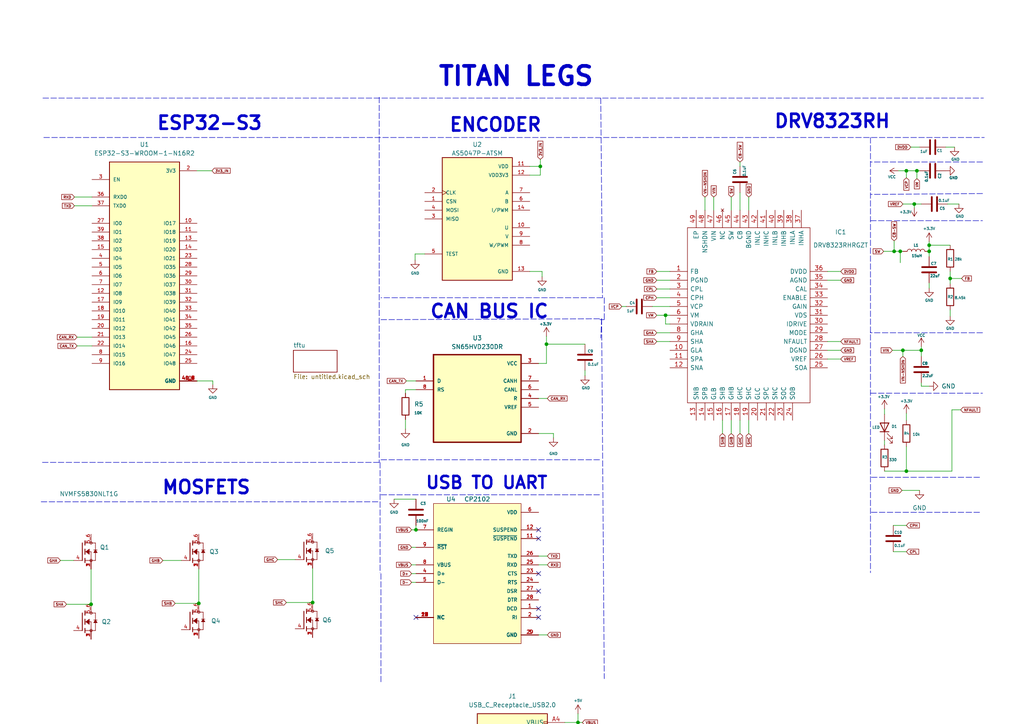
<source format=kicad_sch>
(kicad_sch (version 20211123) (generator eeschema)
  (paper "A4")
  (lib_symbols
    (symbol "AS5047P-ATSM:AS5047P-ATSM" (pin_names (offset 1.016))
      (property "Reference" "U" (at -10.16 20.32 0))
      (property "Value" "AS5047P-ATSM" (at -10.16 -20.32 0))
      (symbol "AS5047P-ATSM_0_0"
        (pin input line (at -15.24 5.08 0) (length 5.08) (name "CSN") (number "1"))
        (pin output line (at 15.24 -2.54 180) (length 5.08) (name "U") (number "10"))
        (pin power_in line (at 15.24 15.24 180) (length 5.08) (name "VDD") (number "11"))
        (pin power_in line (at 15.24 12.7 180) (length 5.08) (name "VDD3V3") (number "12"))
        (pin power_in line (at 15.24 -15.24 180) (length 5.08) (name "GND") (number "13"))
        (pin output line (at 15.24 2.54 180) (length 5.08) (name "I/PWM") (number "14"))
        (pin input clock (at -15.24 7.62 0) (length 5.08) (name "CLK") (number "2"))
        (pin output line (at -15.24 0 0) (length 5.08) (name "MISO") (number "3"))
        (pin input line (at -15.24 2.54 0) (length 5.08) (name "MOSI") (number "4"))
        (pin passive line (at -15.24 -10.16 0) (length 5.08) (name "TEST") (number "5"))
        (pin output line (at 15.24 5.08 180) (length 5.08) (name "B") (number "6"))
        (pin output line (at 15.24 7.62 180) (length 5.08) (name "A") (number "7"))
        (pin output line (at 15.24 -7.62 180) (length 5.08) (name "W/PWM") (number "8"))
        (pin output line (at 15.24 -5.08 180) (length 5.08) (name "V") (number "9"))
      )
    )
    (symbol "CP2102:CP2102" (pin_names (offset 1.016))
      (property "Reference" "U" (at -12.7 21.082 0))
      (property "Value" "CP2102" (at -12.7 -22.86 0))
      (symbol "CP2102_0_0"
        (pin input line (at 17.78 -10.16 180) (length 5.08) (name "DCD") (number "1"))
        (pin passive line (at -17.78 -12.7 0) (length 5.08) (name "NC") (number "10"))
        (pin output line (at 17.78 10.16 180) (length 5.08) (name "~{SUSPEND}") (number "11"))
        (pin output line (at 17.78 12.7 180) (length 5.08) (name "SUSPEND") (number "12"))
        (pin passive line (at -17.78 -12.7 0) (length 5.08) (name "NC") (number "13"))
        (pin passive line (at -17.78 -12.7 0) (length 5.08) (name "NC") (number "14"))
        (pin passive line (at -17.78 -12.7 0) (length 5.08) (name "NC") (number "15"))
        (pin passive line (at -17.78 -12.7 0) (length 5.08) (name "NC") (number "16"))
        (pin passive line (at -17.78 -12.7 0) (length 5.08) (name "NC") (number "17"))
        (pin passive line (at -17.78 -12.7 0) (length 5.08) (name "NC") (number "18"))
        (pin passive line (at -17.78 -12.7 0) (length 5.08) (name "NC") (number "19"))
        (pin input line (at 17.78 -12.7 180) (length 5.08) (name "RI") (number "2"))
        (pin passive line (at -17.78 -12.7 0) (length 5.08) (name "NC") (number "20"))
        (pin passive line (at -17.78 -12.7 0) (length 5.08) (name "NC") (number "21"))
        (pin passive line (at -17.78 -12.7 0) (length 5.08) (name "NC") (number "22"))
        (pin input line (at 17.78 0 180) (length 5.08) (name "CTS") (number "23"))
        (pin output line (at 17.78 -2.54 180) (length 5.08) (name "RTS") (number "24"))
        (pin input line (at 17.78 2.54 180) (length 5.08) (name "RXD") (number "25"))
        (pin output line (at 17.78 5.08 180) (length 5.08) (name "TXD") (number "26"))
        (pin input line (at 17.78 -5.08 180) (length 5.08) (name "DSR") (number "27"))
        (pin output line (at 17.78 -7.62 180) (length 5.08) (name "DTR") (number "28"))
        (pin power_in line (at 17.78 -17.78 180) (length 5.08) (name "GND") (number "29"))
        (pin power_in line (at 17.78 -17.78 180) (length 5.08) (name "GND") (number "3"))
        (pin bidirectional line (at -17.78 0 0) (length 5.08) (name "D+") (number "4"))
        (pin bidirectional line (at -17.78 -2.54 0) (length 5.08) (name "D-") (number "5"))
        (pin power_in line (at 17.78 17.78 180) (length 5.08) (name "VDD") (number "6"))
        (pin input line (at -17.78 12.7 0) (length 5.08) (name "REGIN") (number "7"))
        (pin input line (at -17.78 2.54 0) (length 5.08) (name "VBUS") (number "8"))
        (pin bidirectional line (at -17.78 7.62 0) (length 5.08) (name "~{RST}") (number "9"))
      )
    )
    (symbol "Connector:USB_C_Receptacle_USB2.0" (pin_names (offset 1.016))
      (property "Reference" "J" (at -10.16 19.05 0))
      (property "Value" "USB_C_Receptacle_USB2.0" (at 19.05 19.05 0))
      (symbol "USB_C_Receptacle_USB2.0_1_1"
        (pin passive line (at 0 -22.86 90) (length 5.08) (name "GND") (number "A1"))
        (pin passive line (at 0 -22.86 90) (length 5.08) hide (name "GND") (number "A12"))
        (pin passive line (at 15.24 15.24 180) (length 5.08) (name "VBUS") (number "A4"))
        (pin bidirectional line (at 15.24 10.16 180) (length 5.08) (name "CC1") (number "A5"))
        (pin bidirectional line (at 15.24 -2.54 180) (length 5.08) (name "D+") (number "A6"))
        (pin bidirectional line (at 15.24 2.54 180) (length 5.08) (name "D-") (number "A7"))
        (pin bidirectional line (at 15.24 -12.7 180) (length 5.08) (name "SBU1") (number "A8"))
        (pin passive line (at 15.24 15.24 180) (length 5.08) hide (name "VBUS") (number "A9"))
        (pin passive line (at 0 -22.86 90) (length 5.08) hide (name "GND") (number "B1"))
        (pin passive line (at 0 -22.86 90) (length 5.08) hide (name "GND") (number "B12"))
        (pin passive line (at 15.24 15.24 180) (length 5.08) hide (name "VBUS") (number "B4"))
        (pin bidirectional line (at 15.24 7.62 180) (length 5.08) (name "CC2") (number "B5"))
        (pin bidirectional line (at 15.24 -5.08 180) (length 5.08) (name "D+") (number "B6"))
        (pin bidirectional line (at 15.24 0 180) (length 5.08) (name "D-") (number "B7"))
        (pin bidirectional line (at 15.24 -15.24 180) (length 5.08) (name "SBU2") (number "B8"))
        (pin passive line (at 15.24 15.24 180) (length 5.08) hide (name "VBUS") (number "B9"))
        (pin passive line (at -7.62 -22.86 90) (length 5.08) (name "SHIELD") (number "S1"))
      )
    )
    (symbol "DRV8323RHRGZT_1" (pin_names (offset 0.762))
      (property "Reference" "IC" (at 41.91 17.78 0))
      (property "Value" "DRV8323RHRGZT_1" (at 41.91 15.24 0))
      (symbol "DRV8323RHRGZT_1_0_0"
        (pin passive line (at 0 0 0) (length 5.08) (name "FB") (number "1"))
        (pin passive line (at 0 -22.86 0) (length 5.08) (name "GLA") (number "10"))
        (pin passive line (at 0 -25.4 0) (length 5.08) (name "SPA") (number "11"))
        (pin passive line (at 0 -27.94 0) (length 5.08) (name "SNA") (number "12"))
        (pin passive line (at 7.62 -43.18 90) (length 5.08) (name "SNB") (number "13"))
        (pin passive line (at 10.16 -43.18 90) (length 5.08) (name "SPB") (number "14"))
        (pin passive line (at 12.7 -43.18 90) (length 5.08) (name "GLB") (number "15"))
        (pin passive line (at 15.24 -43.18 90) (length 5.08) (name "SHB") (number "16"))
        (pin passive line (at 17.78 -43.18 90) (length 5.08) (name "GHB") (number "17"))
        (pin passive line (at 20.32 -43.18 90) (length 5.08) (name "GHC") (number "18"))
        (pin passive line (at 22.86 -43.18 90) (length 5.08) (name "SHC") (number "19"))
        (pin passive line (at 0 -2.54 0) (length 5.08) (name "PGND") (number "2"))
        (pin passive line (at 25.4 -43.18 90) (length 5.08) (name "GLC") (number "20"))
        (pin passive line (at 27.94 -43.18 90) (length 5.08) (name "SPC") (number "21"))
        (pin passive line (at 30.48 -43.18 90) (length 5.08) (name "SNC") (number "22"))
        (pin passive line (at 33.02 -43.18 90) (length 5.08) (name "SOC") (number "23"))
        (pin passive line (at 35.56 -43.18 90) (length 5.08) (name "SOB") (number "24"))
        (pin passive line (at 45.72 -27.94 180) (length 5.08) (name "SOA") (number "25"))
        (pin passive line (at 45.72 -25.4 180) (length 5.08) (name "VREF") (number "26"))
        (pin passive line (at 45.72 -22.86 180) (length 5.08) (name "DGND") (number "27"))
        (pin passive line (at 45.72 -20.32 180) (length 5.08) (name "NFAULT") (number "28"))
        (pin passive line (at 45.72 -17.78 180) (length 5.08) (name "MODE") (number "29"))
        (pin passive line (at 0 -5.08 0) (length 5.08) (name "CPL") (number "3"))
        (pin passive line (at 45.72 -15.24 180) (length 5.08) (name "IDRIVE") (number "30"))
        (pin passive line (at 45.72 -12.7 180) (length 5.08) (name "VDS") (number "31"))
        (pin passive line (at 45.72 -10.16 180) (length 5.08) (name "GAIN") (number "32"))
        (pin passive line (at 45.72 -7.62 180) (length 5.08) (name "ENABLE") (number "33"))
        (pin passive line (at 45.72 -5.08 180) (length 5.08) (name "CAL") (number "34"))
        (pin passive line (at 45.72 -2.54 180) (length 5.08) (name "AGND") (number "35"))
        (pin passive line (at 45.72 0 180) (length 5.08) (name "DVDD") (number "36"))
        (pin passive line (at 38.1 17.78 270) (length 5.08) (name "INHA") (number "37"))
        (pin passive line (at 35.56 17.78 270) (length 5.08) (name "INLA") (number "38"))
        (pin passive line (at 33.02 17.78 270) (length 5.08) (name "INHB") (number "39"))
        (pin passive line (at 0 -7.62 0) (length 5.08) (name "CPH") (number "4"))
        (pin passive line (at 30.48 17.78 270) (length 5.08) (name "INLB") (number "40"))
        (pin passive line (at 27.94 17.78 270) (length 5.08) (name "INHC") (number "41"))
        (pin passive line (at 25.4 17.78 270) (length 5.08) (name "INLC") (number "42"))
        (pin passive line (at 22.86 17.78 270) (length 5.08) (name "BGND") (number "43"))
        (pin passive line (at 20.32 17.78 270) (length 5.08) (name "CB") (number "44"))
        (pin passive line (at 17.78 17.78 270) (length 5.08) (name "SW") (number "45"))
        (pin no_connect line (at 15.24 17.78 270) (length 5.08) (name "NC") (number "46"))
        (pin passive line (at 12.7 17.78 270) (length 5.08) (name "VIN") (number "47"))
        (pin passive line (at 10.16 17.78 270) (length 5.08) (name "NSHDN") (number "48"))
        (pin passive line (at 7.62 17.78 270) (length 5.08) (name "EP") (number "49"))
        (pin passive line (at 0 -10.16 0) (length 5.08) (name "VCP") (number "5"))
        (pin passive line (at 0 -12.7 0) (length 5.08) (name "VM") (number "6"))
        (pin passive line (at 0 -15.24 0) (length 5.08) (name "VDRAIN") (number "7"))
        (pin passive line (at 0 -17.78 0) (length 5.08) (name "GHA") (number "8"))
        (pin passive line (at 0 -20.32 0) (length 5.08) (name "SHA") (number "9"))
      )
    )
    (symbol "Device:C" (pin_numbers hide) (pin_names (offset 0.254))
      (property "Reference" "C" (at 0.635 2.54 0))
      (property "Value" "C" (at 0.635 -2.54 0))
      (symbol "C_1_1"
        (pin passive line (at 0 3.81 270) (length 2.794) (name "~") (number "1"))
        (pin passive line (at 0 -3.81 90) (length 2.794) (name "~") (number "2"))
      )
    )
    (symbol "Device:L" (pin_numbers hide) (pin_names (offset 1.016) hide)
      (property "Reference" "L" (at -1.27 0 90))
      (property "Value" "L" (at 1.905 0 90))
      (symbol "L_1_1"
        (pin passive line (at 0 3.81 270) (length 1.27) (name "1") (number "1"))
        (pin passive line (at 0 -3.81 90) (length 1.27) (name "2") (number "2"))
      )
    )
    (symbol "Device:LED" (pin_numbers hide) (pin_names (offset 1.016) hide)
      (property "Reference" "D" (at 0 2.54 0))
      (property "Value" "LED" (at 0 -2.54 0))
      (symbol "LED_1_1"
        (pin passive line (at -3.81 0 0) (length 2.54) (name "K") (number "1"))
        (pin passive line (at 3.81 0 180) (length 2.54) (name "A") (number "2"))
      )
    )
    (symbol "Device:R" (pin_numbers hide) (pin_names (offset 0))
      (property "Reference" "R" (at 2.032 0 90))
      (property "Value" "R" (at 0 0 90))
      (symbol "R_1_1"
        (pin passive line (at 0 3.81 270) (length 1.27) (name "~") (number "1"))
        (pin passive line (at 0 -3.81 90) (length 1.27) (name "~") (number "2"))
      )
    )
    (symbol "ESP32-S3-WROOM-1-N16R2:ESP32-S3-WROOM-1-N16R2" (pin_names (offset 1.016))
      (property "Reference" "U" (at -10.16 34.1122 0))
      (property "Value" "ESP32-S3-WROOM-1-N16R2" (at -10.16 -35.56 0))
      (symbol "ESP32-S3-WROOM-1-N16R2_0_0"
        (pin power_in line (at 15.24 -30.48 180) (length 5.08) (name "GND") (number "1"))
        (pin bidirectional line (at 15.24 15.24 180) (length 5.08) (name "IO17") (number "10"))
        (pin bidirectional line (at 15.24 12.7 180) (length 5.08) (name "IO18") (number "11"))
        (pin bidirectional line (at -15.24 -5.08 0) (length 5.08) (name "IO8") (number "12"))
        (pin bidirectional line (at 15.24 10.16 180) (length 5.08) (name "IO19") (number "13"))
        (pin bidirectional line (at 15.24 7.62 180) (length 5.08) (name "IO20") (number "14"))
        (pin bidirectional line (at -15.24 7.62 0) (length 5.08) (name "IO3") (number "15"))
        (pin bidirectional line (at 15.24 -20.32 180) (length 5.08) (name "IO46") (number "16"))
        (pin bidirectional line (at -15.24 -7.62 0) (length 5.08) (name "IO9") (number "17"))
        (pin bidirectional line (at -15.24 -10.16 0) (length 5.08) (name "IO10") (number "18"))
        (pin bidirectional line (at -15.24 -12.7 0) (length 5.08) (name "IO11") (number "19"))
        (pin power_in line (at 15.24 30.48 180) (length 5.08) (name "3V3") (number "2"))
        (pin bidirectional line (at -15.24 -15.24 0) (length 5.08) (name "IO12") (number "20"))
        (pin bidirectional line (at -15.24 -17.78 0) (length 5.08) (name "IO13") (number "21"))
        (pin bidirectional line (at -15.24 -20.32 0) (length 5.08) (name "IO14") (number "22"))
        (pin bidirectional line (at 15.24 5.08 180) (length 5.08) (name "IO21") (number "23"))
        (pin bidirectional line (at 15.24 -22.86 180) (length 5.08) (name "IO47") (number "24"))
        (pin bidirectional line (at 15.24 -25.4 180) (length 5.08) (name "IO48") (number "25"))
        (pin bidirectional line (at 15.24 -17.78 180) (length 5.08) (name "IO45") (number "26"))
        (pin bidirectional line (at -15.24 15.24 0) (length 5.08) (name "IO0") (number "27"))
        (pin bidirectional line (at 15.24 2.54 180) (length 5.08) (name "IO35") (number "28"))
        (pin bidirectional line (at 15.24 0 180) (length 5.08) (name "IO36") (number "29"))
        (pin input line (at -15.24 27.94 0) (length 5.08) (name "EN") (number "3"))
        (pin bidirectional line (at 15.24 -2.54 180) (length 5.08) (name "IO37") (number "30"))
        (pin bidirectional line (at 15.24 -5.08 180) (length 5.08) (name "IO38") (number "31"))
        (pin bidirectional line (at 15.24 -7.62 180) (length 5.08) (name "IO39") (number "32"))
        (pin bidirectional line (at 15.24 -10.16 180) (length 5.08) (name "IO40") (number "33"))
        (pin bidirectional line (at 15.24 -12.7 180) (length 5.08) (name "IO41") (number "34"))
        (pin bidirectional line (at 15.24 -15.24 180) (length 5.08) (name "IO42") (number "35"))
        (pin bidirectional line (at -15.24 22.86 0) (length 5.08) (name "RXD0") (number "36"))
        (pin bidirectional line (at -15.24 20.32 0) (length 5.08) (name "TXD0") (number "37"))
        (pin bidirectional line (at -15.24 10.16 0) (length 5.08) (name "IO2") (number "38"))
        (pin bidirectional line (at -15.24 12.7 0) (length 5.08) (name "IO1") (number "39"))
        (pin bidirectional line (at -15.24 5.08 0) (length 5.08) (name "IO4") (number "4"))
        (pin power_in line (at 15.24 -30.48 180) (length 5.08) (name "GND") (number "40"))
        (pin power_in line (at 15.24 -30.48 180) (length 5.08) (name "GND") (number "41_1"))
        (pin power_in line (at 15.24 -30.48 180) (length 5.08) (name "GND") (number "41_2"))
        (pin power_in line (at 15.24 -30.48 180) (length 5.08) (name "GND") (number "41_3"))
        (pin power_in line (at 15.24 -30.48 180) (length 5.08) (name "GND") (number "41_4"))
        (pin power_in line (at 15.24 -30.48 180) (length 5.08) (name "GND") (number "41_5"))
        (pin power_in line (at 15.24 -30.48 180) (length 5.08) (name "GND") (number "41_6"))
        (pin power_in line (at 15.24 -30.48 180) (length 5.08) (name "GND") (number "41_7"))
        (pin power_in line (at 15.24 -30.48 180) (length 5.08) (name "GND") (number "41_8"))
        (pin power_in line (at 15.24 -30.48 180) (length 5.08) (name "GND") (number "41_9"))
        (pin bidirectional line (at -15.24 2.54 0) (length 5.08) (name "IO5") (number "5"))
        (pin bidirectional line (at -15.24 0 0) (length 5.08) (name "IO6") (number "6"))
        (pin bidirectional line (at -15.24 -2.54 0) (length 5.08) (name "IO7") (number "7"))
        (pin bidirectional line (at -15.24 -22.86 0) (length 5.08) (name "IO15") (number "8"))
        (pin bidirectional line (at -15.24 -25.4 0) (length 5.08) (name "IO16") (number "9"))
      )
    )
    (symbol "GND_1" (power) (pin_names (offset 0))
      (property "Value" "GND_1" (at 0 -3.81 0))
      (symbol "GND_1_1_1"
        (pin power_in line (at 0 0 270) (length 0) hide (name "GND") (number "1"))
      )
    )
    (symbol "GND_2" (power) (pin_names (offset 0))
      (property "Value" "GND_2" (at 0 -3.81 0))
      (symbol "GND_2_1_1"
        (pin power_in line (at 0 0 270) (length 0) hide (name "GND") (number "1"))
      )
    )
    (symbol "NVMFS5830NLT1G:NVMFS5830NLT1G" (pin_names (offset 1.016))
      (property "Reference" "Q" (at -8.89 2.54 0))
      (property "Value" "NVMFS5830NLT1G" (at -8.89 -7.62 0))
      (symbol "NVMFS5830NLT1G_0_0"
        (pin passive line (at 2.54 -5.08 90) (length 2.54) (name "~") (number "1"))
        (pin passive line (at 2.54 -5.08 90) (length 2.54) (name "~") (number "2"))
        (pin passive line (at 2.54 -5.08 90) (length 2.54) (name "~") (number "3"))
        (pin passive line (at -2.54 -2.54 0) (length 2.54) (name "~") (number "4"))
        (pin passive line (at 2.54 5.08 270) (length 2.54) (name "~") (number "5_6"))
      )
    )
    (symbol "SN65HVD230DR:SN65HVD230DR" (pin_names (offset 1.016))
      (property "Reference" "U" (at -12.7 13.7 0))
      (property "Value" "SN65HVD230DR" (at -12.7 -16.7 0))
      (symbol "SN65HVD230DR_0_0"
        (pin input line (at -17.78 5.08 0) (length 5.08) (name "D") (number "1"))
        (pin power_in line (at 17.78 -10.16 180) (length 5.08) (name "GND") (number "2"))
        (pin power_in line (at 17.78 10.16 180) (length 5.08) (name "VCC") (number "3"))
        (pin output line (at 17.78 0 180) (length 5.08) (name "R") (number "4"))
        (pin output line (at 17.78 -2.54 180) (length 5.08) (name "VREF") (number "5"))
        (pin output line (at 17.78 2.54 180) (length 5.08) (name "CANL") (number "6"))
        (pin output line (at 17.78 5.08 180) (length 5.08) (name "CANH") (number "7"))
        (pin input line (at -17.78 2.54 0) (length 5.08) (name "RS") (number "8"))
      )
    )
    (symbol "power:+3.3V" (power) (pin_names (offset 0))
      (property "Value" "+3.3V" (at 0 3.556 0))
      (symbol "+3.3V_1_1"
        (pin power_in line (at 0 0 90) (length 0) hide (name "+3.3V") (number "1"))
      )
    )
    (symbol "power:+5V" (power) (pin_names (offset 0))
      (property "Value" "+5V" (at 0 3.556 0))
      (symbol "+5V_1_1"
        (pin power_in line (at 0 0 90) (length 0) hide (name "+5V") (number "1"))
      )
    )
    (symbol "power:GND" (power) (pin_names (offset 0))
      (property "Value" "GND" (at 0 -3.81 0))
      (symbol "GND_1_1"
        (pin power_in line (at 0 0 270) (length 0) hide (name "GND") (number "1"))
      )
    )
    (symbol "power:VCC" (power) (pin_names (offset 0))
      (property "Value" "VCC" (at 0 3.81 0))
      (symbol "VCC_1_1"
        (pin power_in line (at 0 0 90) (length 0) hide (name "VCC") (number "1"))
      )
    )
  )
  (junction (at 148.59 250.19))
  (junction (at 26.416 175.26))
  (junction (at 259.334 72.898))
  (junction (at 269.494 72.898))
  (junction (at 261.112 72.898))
  (junction (at 166.37 224.79))
  (junction (at 269.494 71.12))
  (junction (at 167.64 209.55))
  (junction (at 275.59 80.772))
  (junction (at 261.874 101.6))
  (junction (at 120.65 153.67))
  (junction (at 262.89 49.53))
  (junction (at 265.176 59.182))
  (junction (at 262.89 136.652))
  (junction (at 265.938 49.53))
  (junction (at 156.718 48.26))
  (junction (at 267.208 101.6))
  (junction (at 193.04 91.44))
  (junction (at 90.678 174.752))
  (junction (at 158.496 99.822))
  (junction (at 57.658 175.006))
  (junction (at 166.37 227.33))
  (no_connect (at 163.83 237.49))
  (no_connect (at 156.21 156.21))
  (no_connect (at 120.65 179.07))
  (no_connect (at 156.21 153.67))
  (no_connect (at 163.83 240.03))
  (no_connect (at 156.21 171.45))
  (no_connect (at 156.21 179.07))
  (no_connect (at 156.21 166.37))
  (no_connect (at 156.21 176.53))
  (wire (pts (xy 261.874 59.182) (xy 265.176 59.182)))
  (wire (pts (xy 156.718 50.8) (xy 156.718 48.26)))
  (wire (pts (xy 240.03 78.74) (xy 243.84 78.74)))
  (wire (pts (xy 119.38 153.67) (xy 120.65 153.67)))
  (polyline (pts (xy 110.236 134.112) (xy 110.236 166.116)))
  (wire (pts (xy 217.17 121.92) (xy 217.17 125.73)))
  (wire (pts (xy 156.21 105.41) (xy 158.496 105.41)))
  (wire (pts (xy 261.112 72.898) (xy 259.334 72.898)))
  (polyline (pts (xy 109.982 28.194) (xy 109.982 134.112)))
  (polyline (pts (xy 175.26 86.36) (xy 175.26 92.71)))
  (wire (pts (xy 259.08 160.02) (xy 262.89 160.02)))
  (wire (pts (xy 119.38 163.83) (xy 120.65 163.83)))
  (wire (pts (xy 140.97 247.65) (xy 140.97 250.19)))
  (wire (pts (xy 274.32 42.672) (xy 276.86 42.672)))
  (wire (pts (xy 190.5 91.44) (xy 193.04 91.44)))
  (wire (pts (xy 158.496 99.822) (xy 158.496 97.536)))
  (wire (pts (xy 153.67 78.74) (xy 157.226 78.74)))
  (wire (pts (xy 275.59 78.74) (xy 275.59 80.772)))
  (wire (pts (xy 21.59 59.69) (xy 26.67 59.69)))
  (wire (pts (xy 265.176 59.182) (xy 265.176 60.198)))
  (wire (pts (xy 157.226 78.74) (xy 157.226 80.264)))
  (wire (pts (xy 276.098 136.652) (xy 276.098 118.872)))
  (wire (pts (xy 190.5 99.06) (xy 194.31 99.06)))
  (wire (pts (xy 163.83 209.55) (xy 167.64 209.55)))
  (wire (pts (xy 267.208 112.014) (xy 269.494 112.014)))
  (wire (pts (xy 22.352 97.79) (xy 26.67 97.79)))
  (wire (pts (xy 275.59 89.916) (xy 275.59 91.694)))
  (wire (pts (xy 166.37 227.33) (xy 168.91 227.33)))
  (wire (pts (xy 166.37 224.79) (xy 168.91 224.79)))
  (wire (pts (xy 256.54 136.652) (xy 262.89 136.652)))
  (polyline (pts (xy 252.73 138.43) (xy 284.48 138.43)))
  (polyline (pts (xy 284.988 46.99) (xy 252.476 46.99)))
  (polyline (pts (xy 12.7 39.878) (xy 285.496 39.878)))
  (wire (pts (xy 259.08 152.4) (xy 262.89 152.4)))
  (wire (pts (xy 119.38 158.75) (xy 120.65 158.75)))
  (polyline (pts (xy 252.73 148.59) (xy 284.48 148.59)))
  (wire (pts (xy 240.03 81.28) (xy 243.84 81.28)))
  (polyline (pts (xy 252.476 114.046) (xy 284.988 114.046)))
  (wire (pts (xy 261.62 142.24) (xy 266.7 142.24)))
  (wire (pts (xy 214.63 46.99) (xy 214.63 48.26)))
  (wire (pts (xy 261.874 101.6) (xy 267.208 101.6)))
  (wire (pts (xy 57.15 110.49) (xy 61.722 110.49)))
  (wire (pts (xy 261.112 72.898) (xy 261.112 76.2)))
  (wire (pts (xy 262.89 129.54) (xy 262.89 136.652)))
  (wire (pts (xy 17.526 162.56) (xy 21.336 162.56)))
  (wire (pts (xy 120.65 152.4) (xy 120.65 153.67)))
  (wire (pts (xy 275.59 80.772) (xy 275.59 82.296)))
  (wire (pts (xy 120.65 113.03) (xy 117.602 113.03)))
  (polyline (pts (xy 174.498 92.456) (xy 175.26 196.85)))
  (wire (pts (xy 117.602 121.666) (xy 117.602 124.46)))
  (wire (pts (xy 217.17 57.15) (xy 217.17 60.96)))
  (polyline (pts (xy 109.982 134.112) (xy 12.192 134.112)))
  (wire (pts (xy 47.244 162.56) (xy 52.578 162.56)))
  (wire (pts (xy 276.098 118.872) (xy 278.638 118.872)))
  (wire (pts (xy 80.518 162.306) (xy 85.598 162.306)))
  (wire (pts (xy 212.09 57.15) (xy 212.09 60.96)))
  (polyline (pts (xy 110.49 133.35) (xy 173.99 133.35)))
  (wire (pts (xy 262.89 49.53) (xy 265.938 49.53)))
  (wire (pts (xy 173.99 214.63) (xy 176.53 214.63)))
  (wire (pts (xy 166.37 229.87) (xy 166.37 227.33)))
  (wire (pts (xy 163.83 217.17) (xy 166.37 217.17)))
  (wire (pts (xy 267.208 101.6) (xy 267.208 103.378)))
  (wire (pts (xy 83.058 174.752) (xy 90.678 174.752)))
  (wire (pts (xy 140.97 250.19) (xy 148.59 250.19)))
  (wire (pts (xy 119.38 168.91) (xy 120.65 168.91)))
  (wire (pts (xy 265.938 49.53) (xy 266.7 49.53)))
  (wire (pts (xy 57.15 49.53) (xy 61.468 49.53)))
  (wire (pts (xy 207.01 57.15) (xy 207.01 60.96)))
  (wire (pts (xy 190.5 96.52) (xy 194.31 96.52)))
  (wire (pts (xy 240.03 101.6) (xy 243.84 101.6)))
  (wire (pts (xy 163.83 227.33) (xy 166.37 227.33)))
  (polyline (pts (xy 284.988 56.134) (xy 252.476 56.388)))
  (wire (pts (xy 190.5 83.82) (xy 194.31 83.82)))
  (wire (pts (xy 153.67 50.8) (xy 156.718 50.8)))
  (polyline (pts (xy 252.476 39.878) (xy 252.476 166.116)))
  (wire (pts (xy 163.83 224.79) (xy 166.37 224.79)))
  (wire (pts (xy 264.16 42.672) (xy 266.7 42.672)))
  (wire (pts (xy 156.21 163.83) (xy 158.75 163.83)))
  (wire (pts (xy 274.828 59.182) (xy 278.13 59.182)))
  (wire (pts (xy 167.64 207.01) (xy 167.64 209.55)))
  (polyline (pts (xy 252.476 64.008) (xy 284.988 64.008)))
  (wire (pts (xy 169.672 107.442) (xy 169.672 108.966)))
  (wire (pts (xy 167.64 209.55) (xy 168.91 209.55)))
  (polyline (pts (xy 110.49 143.51) (xy 173.99 143.51)))
  (wire (pts (xy 190.5 81.28) (xy 194.31 81.28)))
  (wire (pts (xy 120.396 73.66) (xy 120.396 75.438)))
  (wire (pts (xy 117.856 110.49) (xy 120.65 110.49)))
  (wire (pts (xy 269.494 70.104) (xy 269.494 71.12)))
  (polyline (pts (xy 174.244 28.448) (xy 174.752 86.36)))
  (wire (pts (xy 261.874 101.6) (xy 261.874 103.378)))
  (wire (pts (xy 163.83 214.63) (xy 166.37 214.63)))
  (wire (pts (xy 153.67 48.26) (xy 156.718 48.26)))
  (wire (pts (xy 57.658 165.1) (xy 57.658 175.006)))
  (wire (pts (xy 156.21 115.57) (xy 158.75 115.57)))
  (polyline (pts (xy 284.988 96.52) (xy 252.476 96.52)))
  (wire (pts (xy 156.21 184.15) (xy 158.75 184.15)))
  (wire (pts (xy 269.494 71.12) (xy 269.494 72.898)))
  (wire (pts (xy 194.31 93.98) (xy 193.04 93.98)))
  (wire (pts (xy 265.176 59.182) (xy 267.208 59.182)))
  (wire (pts (xy 57.658 175.006) (xy 50.8 175.006)))
  (polyline (pts (xy 12.446 28.448) (xy 285.242 28.448)))
  (polyline (pts (xy 252.476 96.52) (xy 252.476 96.266)))
  (wire (pts (xy 158.496 105.41) (xy 158.496 99.822)))
  (polyline (pts (xy 110.49 166.37) (xy 110.49 198.12)))
  (wire (pts (xy 262.89 119.888) (xy 262.89 121.92)))
  (wire (pts (xy 180.34 88.9) (xy 181.61 88.9)))
  (polyline (pts (xy 174.498 92.456) (xy 174.244 98.044)))
  (wire (pts (xy 256.286 72.898) (xy 259.334 72.898)))
  (wire (pts (xy 267.208 100.584) (xy 267.208 101.6)))
  (wire (pts (xy 269.494 71.12) (xy 275.59 71.12)))
  (wire (pts (xy 214.63 55.88) (xy 214.63 60.96)))
  (wire (pts (xy 173.99 217.17) (xy 176.53 217.17)))
  (wire (pts (xy 163.83 222.25) (xy 166.37 222.25)))
  (wire (pts (xy 189.23 88.9) (xy 194.31 88.9)))
  (wire (pts (xy 262.89 49.53) (xy 262.89 51.562)))
  (wire (pts (xy 148.59 247.65) (xy 148.59 250.19)))
  (wire (pts (xy 265.938 49.53) (xy 265.938 51.816)))
  (wire (pts (xy 119.38 166.37) (xy 120.65 166.37)))
  (wire (pts (xy 22.352 100.33) (xy 26.67 100.33)))
  (wire (pts (xy 256.54 127.762) (xy 256.54 129.032)))
  (wire (pts (xy 212.09 121.92) (xy 212.09 125.73)))
  (wire (pts (xy 259.334 69.85) (xy 259.334 72.898)))
  (wire (pts (xy 204.47 57.15) (xy 204.47 60.96)))
  (wire (pts (xy 156.718 48.26) (xy 156.718 46.228)))
  (wire (pts (xy 123.19 73.66) (xy 120.396 73.66)))
  (wire (pts (xy 158.496 99.822) (xy 169.672 99.822)))
  (wire (pts (xy 163.83 229.87) (xy 166.37 229.87)))
  (wire (pts (xy 260.604 49.53) (xy 262.89 49.53)))
  (wire (pts (xy 148.59 250.19) (xy 153.67 250.19)))
  (wire (pts (xy 114.3 144.78) (xy 120.65 144.78)))
  (wire (pts (xy 275.59 80.772) (xy 278.892 80.772)))
  (wire (pts (xy 156.21 125.73) (xy 160.528 125.73)))
  (polyline (pts (xy 11.938 145.542) (xy 110.236 145.542)))
  (polyline (pts (xy 110.49 92.71) (xy 174.498 92.456)))
  (wire (pts (xy 269.494 72.898) (xy 269.494 74.422)))
  (wire (pts (xy 90.678 164.846) (xy 90.678 174.752)))
  (wire (pts (xy 156.21 161.29) (xy 158.75 161.29)))
  (wire (pts (xy 160.528 125.73) (xy 160.528 127)))
  (wire (pts (xy 258.826 101.6) (xy 261.874 101.6)))
  (wire (pts (xy 61.722 110.49) (xy 61.722 111.506)))
  (wire (pts (xy 117.602 113.03) (xy 117.602 114.046)))
  (wire (pts (xy 26.416 165.1) (xy 26.416 175.26)))
  (wire (pts (xy 193.04 91.44) (xy 194.31 91.44)))
  (wire (pts (xy 269.494 82.042) (xy 269.494 83.566)))
  (wire (pts (xy 190.5 78.74) (xy 194.31 78.74)))
  (wire (pts (xy 190.5 86.36) (xy 194.31 86.36)))
  (wire (pts (xy 209.55 121.92) (xy 209.55 125.73)))
  (wire (pts (xy 21.59 57.15) (xy 26.67 57.15)))
  (wire (pts (xy 240.03 99.06) (xy 243.84 99.06)))
  (wire (pts (xy 240.03 104.14) (xy 243.84 104.14)))
  (wire (pts (xy 261.874 72.898) (xy 261.112 72.898)))
  (wire (pts (xy 267.208 110.998) (xy 267.208 112.014)))
  (wire (pts (xy 214.63 121.92) (xy 214.63 125.73)))
  (polyline (pts (xy 173.99 92.71) (xy 175.26 92.71)))
  (wire (pts (xy 262.89 136.652) (xy 276.098 136.652)))
  (wire (pts (xy 193.04 93.98) (xy 193.04 91.44)))
  (wire (pts (xy 166.37 222.25) (xy 166.37 224.79)))
  (polyline (pts (xy 174.752 86.36) (xy 110.49 86.36)))
  (wire (pts (xy 256.54 118.618) (xy 256.54 120.142)))
  (wire (pts (xy 19.304 175.26) (xy 26.416 175.26)))
  (text "ENCODER\n" (at 130.048 38.608 0) (effects (font (size 3.81 3.81) bold) (justify left bottom)))
  (text "CAN BUS IC" (at 124.46 92.71 0) (effects (font (size 3.81 3.81) bold) (justify left bottom)))
  (text "TITAN LEGS" (at 126.746 25.4 0) (effects (font (size 5.334 5.334) bold) (justify left bottom)))
  (text "USB TO UART" (at 123.19 142.24 0) (effects (font (size 3.5 3.5) bold) (justify left bottom)))
  (text "DRV8323RH\n\n" (at 224.282 43.688 0) (effects (font (size 3.81 3.81) bold) (justify left bottom)))
  (text "MOSFETS" (at 46.736 143.764 0) (effects (font (size 3.81 3.81) bold) (justify left bottom)))
  (text "ESP32-S3" (at 45.212 38.1 0) (effects (font (size 3.81 3.81) (thickness 0.762) bold) (justify left bottom)))
  (global_label "DVDD" (shape input) (at 243.84 78.74 0) (effects (font (size 0.762 0.762))) (property "Intersheet References" "${INTERSHEET_REFS}" (effects hide)))
  (global_label "SHB" (shape input) (at 50.8 175.006 180) (effects (font (size 0.762 0.762))) (property "Intersheet References" "${INTERSHEET_REFS}" (effects hide)))
  (global_label "VM" (shape input) (at 190.5 91.44 180) (effects (font (size 0.762 0.762))) (property "Intersheet References" "${INTERSHEET_REFS}" (effects hide)))
  (global_label "CPL" (shape input) (at 262.89 160.02 0) (effects (font (size 0.762 0.762))) (property "Intersheet References" "${INTERSHEET_REFS}" (effects hide)))
  (global_label "VREF" (shape input) (at 243.84 104.14 0) (effects (font (size 0.762 0.762))) (property "Intersheet References" "${INTERSHEET_REFS}" (effects hide)))
  (global_label "SW" (shape input) (at 212.09 57.15 90) (effects (font (size 0.762 0.762))) (property "Intersheet References" "${INTERSHEET_REFS}" (effects hide)))
  (global_label "GND" (shape input) (at 217.17 57.15 90) (effects (font (size 0.762 0.762))) (property "Intersheet References" "${INTERSHEET_REFS}" (effects hide)))
  (global_label "SHC" (shape input) (at 217.17 125.73 270) (effects (font (size 0.762 0.762))) (property "Intersheet References" "${INTERSHEET_REFS}" (effects hide)))
  (global_label "GND" (shape input) (at 153.67 250.19 0) (effects (font (size 0.762 0.762))) (property "Intersheet References" "${INTERSHEET_REFS}" (effects hide)))
  (global_label "GND" (shape input) (at 176.53 214.63 0) (effects (font (size 0.762 0.762))) (property "Intersheet References" "${INTERSHEET_REFS}" (effects hide)))
  (global_label "VN-NSHDN" (shape input) (at 204.47 57.15 90) (effects (font (size 0.762 0.762))) (property "Intersheet References" "${INTERSHEET_REFS}" (effects hide)))
  (global_label "3V3_IN" (shape input) (at 61.468 49.53 0) (effects (font (size 0.762 0.762))) (property "Intersheet References" "${INTERSHEET_REFS}" (effects hide)))
  (global_label "NFAULT" (shape input) (at 278.638 118.872 0) (effects (font (size 0.762 0.762))) (property "Intersheet References" "${INTERSHEET_REFS}" (effects hide)))
  (global_label "CAN_TX" (shape input) (at 117.856 110.49 180) (effects (font (size 0.762 0.762))) (property "Intersheet References" "${INTERSHEET_REFS}" (effects hide)))
  (global_label "SHC" (shape input) (at 83.058 174.752 180) (effects (font (size 0.762 0.762))) (property "Intersheet References" "${INTERSHEET_REFS}" (effects hide)))
  (global_label "D-" (shape input) (at 168.91 224.79 0) (effects (font (size 0.762 0.762))) (property "Intersheet References" "${INTERSHEET_REFS}" (effects hide)))
  (global_label "SHA" (shape input) (at 190.5 99.06 180) (effects (font (size 0.762 0.762))) (property "Intersheet References" "${INTERSHEET_REFS}" (effects hide)))
  (global_label "CB-SW" (shape input) (at 214.63 46.99 90) (effects (font (size 0.762 0.762) bold)) (property "Intersheet References" "${INTERSHEET_REFS}" (effects hide)))
  (global_label "CB-SW" (shape input) (at 259.334 69.85 90) (effects (font (size 0.762 0.762))) (property "Intersheet References" "${INTERSHEET_REFS}" (effects hide)))
  (global_label "SW" (shape input) (at 256.286 72.898 180) (effects (font (size 0.762 0.762))) (property "Intersheet References" "${INTERSHEET_REFS}" (effects hide)))
  (global_label "GHA" (shape input) (at 17.526 162.56 180) (effects (font (size 0.762 0.762))) (property "Intersheet References" "${INTERSHEET_REFS}" (effects hide)))
  (global_label "3V3_IN" (shape input) (at 156.718 46.228 90) (effects (font (size 0.762 0.762))) (property "Intersheet References" "${INTERSHEET_REFS}" (effects hide)))
  (global_label "GND" (shape input) (at 261.62 142.24 180) (effects (font (size 0.762 0.762))) (property "Intersheet References" "${INTERSHEET_REFS}" (effects hide)))
  (global_label "D+" (shape input) (at 119.38 166.37 180) (effects (font (size 0.762 0.762))) (property "Intersheet References" "${INTERSHEET_REFS}" (effects hide)))
  (global_label "GND" (shape input) (at 243.84 101.6 0) (effects (font (size 0.762 0.762))) (property "Intersheet References" "${INTERSHEET_REFS}" (effects hide)))
  (global_label "GHA" (shape input) (at 190.5 96.52 180) (effects (font (size 0.762 0.762))) (property "Intersheet References" "${INTERSHEET_REFS}" (effects hide)))
  (global_label "RXD" (shape input) (at 158.75 163.83 0) (effects (font (size 0.762 0.762))) (property "Intersheet References" "${INTERSHEET_REFS}" (effects hide)))
  (global_label "SHA" (shape input) (at 19.304 175.26 180) (effects (font (size 0.762 0.762))) (property "Intersheet References" "${INTERSHEET_REFS}" (effects hide)))
  (global_label "GND" (shape input) (at 243.84 81.28 0) (effects (font (size 0.762 0.762))) (property "Intersheet References" "${INTERSHEET_REFS}" (effects hide)))
  (global_label "CPL" (shape input) (at 190.5 83.82 180) (effects (font (size 0.762 0.762))) (property "Intersheet References" "${INTERSHEET_REFS}" (effects hide)))
  (global_label "RXD" (shape input) (at 21.59 57.15 180) (effects (font (size 0.762 0.762))) (property "Intersheet References" "${INTERSHEET_REFS}" (effects hide)))
  (global_label "GND" (shape input) (at 158.75 184.15 0) (effects (font (size 0.762 0.762))) (property "Intersheet References" "${INTERSHEET_REFS}" (effects hide)))
  (global_label "FB" (shape input) (at 190.5 78.74 180) (effects (font (size 0.762 0.762))) (property "Intersheet References" "${INTERSHEET_REFS}" (effects hide)))
  (global_label "CAN_RX" (shape input) (at 158.75 115.57 0) (effects (font (size 0.762 0.762))) (property "Intersheet References" "${INTERSHEET_REFS}" (effects hide)))
  (global_label "GHB" (shape input) (at 47.244 162.56 180) (effects (font (size 0.762 0.762))) (property "Intersheet References" "${INTERSHEET_REFS}" (effects hide)))
  (global_label "CPH" (shape input) (at 190.5 86.36 180) (effects (font (size 0.762 0.762))) (property "Intersheet References" "${INTERSHEET_REFS}" (effects hide)))
  (global_label "GHC" (shape input) (at 80.518 162.306 180) (effects (font (size 0.762 0.762))) (property "Intersheet References" "${INTERSHEET_REFS}" (effects hide)))
  (global_label "VN-NSHDN" (shape input) (at 261.874 103.378 270) (effects (font (size 0.762 0.762))) (property "Intersheet References" "${INTERSHEET_REFS}" (effects hide)))
  (global_label "SHB" (shape input) (at 209.55 125.73 270) (effects (font (size 0.762 0.762))) (property "Intersheet References" "${INTERSHEET_REFS}" (effects hide)))
  (global_label "VCP" (shape input) (at 262.89 51.562 270) (effects (font (size 0.762 0.762))) (property "Intersheet References" "${INTERSHEET_REFS}" (effects hide)))
  (global_label "GND" (shape input) (at 176.53 217.17 0) (effects (font (size 0.762 0.762))) (property "Intersheet References" "${INTERSHEET_REFS}" (effects hide)))
  (global_label "VREF" (shape input) (at 261.874 59.182 180) (effects (font (size 0.762 0.762))) (property "Intersheet References" "${INTERSHEET_REFS}" (effects hide)))
  (global_label "FB" (shape input) (at 278.892 80.772 0) (effects (font (size 0.762 0.762))) (property "Intersheet References" "${INTERSHEET_REFS}" (effects hide)))
  (global_label "GND" (shape input) (at 190.5 81.28 180) (effects (font (size 0.762 0.762))) (property "Intersheet References" "${INTERSHEET_REFS}" (effects hide)))
  (global_label "GHC" (shape input) (at 214.63 125.73 270) (effects (font (size 0.762 0.762))) (property "Intersheet References" "${INTERSHEET_REFS}" (effects hide)))
  (global_label "DVDD" (shape input) (at 264.16 42.672 180) (effects (font (size 0.762 0.762))) (property "Intersheet References" "${INTERSHEET_REFS}" (effects hide)))
  (global_label "VM" (shape input) (at 265.938 51.816 270) (effects (font (size 0.762 0.762))) (property "Intersheet References" "${INTERSHEET_REFS}" (effects hide)))
  (global_label "GHB" (shape input) (at 212.09 125.73 270) (effects (font (size 0.762 0.762))) (property "Intersheet References" "${INTERSHEET_REFS}" (effects hide)))
  (global_label "VBUS" (shape input) (at 168.91 209.55 0) (effects (font (size 0.762 0.762))) (property "Intersheet References" "${INTERSHEET_REFS}" (effects hide)))
  (global_label "NFAULT" (shape input) (at 243.84 99.06 0) (effects (font (size 0.762 0.762))) (property "Intersheet References" "${INTERSHEET_REFS}" (effects hide)))
  (global_label "D+" (shape input) (at 168.91 227.33 0) (effects (font (size 0.762 0.762))) (property "Intersheet References" "${INTERSHEET_REFS}" (effects hide)))
  (global_label "TXD" (shape input) (at 21.59 59.69 180) (effects (font (size 0.762 0.762))) (property "Intersheet References" "${INTERSHEET_REFS}" (effects hide)))
  (global_label "CAN_TX" (shape input) (at 22.352 100.33 180) (effects (font (size 0.762 0.762))) (property "Intersheet References" "${INTERSHEET_REFS}" (effects hide)))
  (global_label "VBUS" (shape input) (at 119.38 163.83 180) (effects (font (size 0.762 0.762))) (property "Intersheet References" "${INTERSHEET_REFS}" (effects hide)))
  (global_label "GND" (shape input) (at 119.38 158.75 180) (effects (font (size 0.762 0.762))) (property "Intersheet References" "${INTERSHEET_REFS}" (effects hide)))
  (global_label "CPH" (shape input) (at 262.89 152.4 0) (effects (font (size 0.762 0.762))) (property "Intersheet References" "${INTERSHEET_REFS}" (effects hide)))
  (global_label "CAN_RX" (shape input) (at 22.352 97.79 180) (effects (font (size 0.762 0.762))) (property "Intersheet References" "${INTERSHEET_REFS}" (effects hide)))
  (global_label "D-" (shape input) (at 119.38 168.91 180) (effects (font (size 0.762 0.762))) (property "Intersheet References" "${INTERSHEET_REFS}" (effects hide)))
  (global_label "VCP" (shape input) (at 180.34 88.9 180) (effects (font (size 0.762 0.762))) (property "Intersheet References" "${INTERSHEET_REFS}" (effects hide)))
  (global_label "TXD" (shape input) (at 158.75 161.29 0) (effects (font (size 0.762 0.762))) (property "Intersheet References" "${INTERSHEET_REFS}" (effects hide)))
  (global_label "VIN" (shape input) (at 207.01 57.15 90) (effects (font (size 0.762 0.762))) (property "Intersheet References" "${INTERSHEET_REFS}" (effects hide)))
  (global_label "VBUS" (shape input) (at 119.38 153.67 180) (effects (font (size 0.762 0.762))) (property "Intersheet References" "${INTERSHEET_REFS}" (effects hide)))
  (global_label "VIN" (shape input) (at 258.826 101.6 180) (effects (font (size 0.762 0.762))) (property "Intersheet References" "${INTERSHEET_REFS}" (effects hide)))
  (symbol (lib_id "NVMFS5830NLT1G:NVMFS5830NLT1G") (at 23.876 180.34 0) (unit 1)
    (property "Reference" "Q2" (at 29.464 180.3399 0) (effects (justify left)))
    (property "Value" "NVMFS5830NLT1G" (effects hide))
    (property "Footprint" "TRANS_NVMFS5830NLT1G" (effects hide))
    (property "Package" "SO-8 ON Semiconductor" (effects hide))
    (property "Availability" "In Stock" (effects hide))
    (property "Description" "MOSFET N-CH 40V 185A SO8FL" (effects hide))
    (property "Price" "None" (effects hide))
    (property "MP" "NVMFS5830NLT1G" (effects hide))
    (property "MF" "ON Semiconductor" (effects hide))
    (property "Purchase-URL" "https://pricing.snapeda.com/search/part/NVMFS5830NLT1G/?ref=eda" (effects hide))
  )
  (symbol (lib_id "Device:R") (at 256.54 132.842 0) (unit 1)
    (property "Reference" "R3" (at 255.778 132.588 0) (effects (font (size 0.762 0.762)) (justify left)))
    (property "Value" "330" (at 257.81 133.35 0) (effects (font (size 0.762 0.762)) (justify left)))
  )
  (symbol (lib_id "power:GND") (at 276.86 42.672 0) (unit 1)
    (property "Reference" "#PWR0101" (effects hide))
    (property "Value" "GND" (at 277.114 46.228 0) (effects (font (size 0.762 0.762))))
  )
  (symbol (lib_id "power:+3.3V") (at 158.496 97.536 0) (unit 1)
    (property "Reference" "#PWR0118" (effects hide))
    (property "Value" "+3.3V" (at 158.242 93.98 0) (effects (font (size 0.762 0.762))))
  )
  (symbol (lib_id "power:VCC") (at 267.208 100.584 0) (unit 1)
    (property "Reference" "#PWR0112" (effects hide))
    (property "Value" "VCC" (at 267.208 97.282 0) (effects (font (size 0.762 0.762))))
  )
  (symbol (lib_id "power:GND") (at 269.494 112.014 90) (unit 1)
    (property "Reference" "#PWR0108" (effects hide))
    (property "Value" "GND" (at 273.05 112.0139 90) (effects (justify right)))
  )
  (symbol (lib_id "Device:R") (at 117.602 117.856 0) (unit 1)
    (property "Reference" "R5" (at 120.142 117.2209 0) (effects (justify left)))
    (property "Value" "10K" (at 120.142 119.761 0) (effects (font (size 0.762 0.762)) (justify left)))
  )
  (symbol (lib_id "power:+3.3V") (at 262.89 119.888 0) (unit 1)
    (property "Reference" "#PWR0109" (effects hide))
    (property "Value" "+3.3V" (at 262.89 116.332 0) (effects (font (size 0.762 0.762))))
  )
  (symbol (lib_id "NVMFS5830NLT1G:NVMFS5830NLT1G") (at 23.876 160.02 0) (unit 1)
    (property "Reference" "Q1" (at 28.956 158.7499 0) (effects (justify left)))
    (property "Value" "NVMFS5830NLT1G" (at 17.272 143.256 0) (effects (justify left)))
    (property "Footprint" "TRANS_NVMFS5830NLT1G" (effects hide))
    (property "Package" "SO-8 ON Semiconductor" (effects hide))
    (property "Availability" "In Stock" (effects hide))
    (property "Description" "MOSFET N-CH 40V 185A SO8FL" (effects hide))
    (property "Price" "None" (effects hide))
    (property "MP" "NVMFS5830NLT1G" (effects hide))
    (property "MF" "ON Semiconductor" (effects hide))
    (property "Purchase-URL" "https://pricing.snapeda.com/search/part/NVMFS5830NLT1G/?ref=eda" (effects hide))
  )
  (symbol (lib_id "power:GND") (at 157.226 80.264 0) (unit 1)
    (property "Reference" "#PWR0115" (effects hide))
    (property "Value" "GND" (at 157.226 84.074 0) (effects (font (size 0.762 0.762))))
  )
  (symbol (lib_id "Device:LED") (at 256.54 123.952 90) (unit 1)
    (property "Reference" "D1" (at 258.572 123.698 90) (effects (font (size 0.762 0.762)) (justify right)))
    (property "Value" "LED" (at 252.984 123.952 90) (effects (font (size 0.762 0.762)) (justify right)))
  )
  (symbol (lib_id "Device:C") (at 270.51 42.672 90) (unit 1)
    (property "Reference" "C1" (at 272.542 43.688 90) (effects (font (size 0.762 0.762))))
    (property "Value" "1uF" (at 267.97 43.942 90) (effects (font (size 0.762 0.762))))
    (property "Footprint" "Capacitor_SMD:C_0603_1608Metric" (effects hide))
  )
  (symbol (lib_id "Connector:USB_C_Receptacle_USB2.0") (at 148.59 224.79 0) (unit 1)
    (property "Reference" "J1" (at 148.59 201.93 0))
    (property "Value" "USB_C_Receptacle_USB2.0" (at 148.59 204.47 0))
    (property "Datasheet" "https://www.usb.org/sites/default/files/documents/usb_type-c.zip" (effects hide))
  )
  (symbol (lib_id "NVMFS5830NLT1G:NVMFS5830NLT1G") (at 88.138 179.832 0) (unit 1)
    (property "Reference" "Q6" (at 93.472 179.8319 0) (effects (justify left)))
    (property "Value" "NVMFS5830NLT1G" (effects hide))
    (property "Footprint" "TRANS_NVMFS5830NLT1G" (effects hide))
    (property "Package" "SO-8 ON Semiconductor" (effects hide))
    (property "Availability" "In Stock" (effects hide))
    (property "Description" "MOSFET N-CH 40V 185A SO8FL" (effects hide))
    (property "Price" "None" (effects hide))
    (property "MP" "NVMFS5830NLT1G" (effects hide))
    (property "MF" "ON Semiconductor" (effects hide))
    (property "Purchase-URL" "https://pricing.snapeda.com/search/part/NVMFS5830NLT1G/?ref=eda" (effects hide))
  )
  (symbol (lib_id "NVMFS5830NLT1G:NVMFS5830NLT1G") (at 88.138 159.766 0) (unit 1)
    (property "Reference" "Q5" (at 94.234 159.7659 0) (effects (justify left)))
    (property "Value" "NVMFS5830NLT1G" (effects hide))
    (property "Footprint" "TRANS_NVMFS5830NLT1G" (effects hide))
    (property "Package" "SO-8 ON Semiconductor" (effects hide))
    (property "Availability" "In Stock" (effects hide))
    (property "Description" "MOSFET N-CH 40V 185A SO8FL" (effects hide))
    (property "Price" "None" (effects hide))
    (property "MP" "NVMFS5830NLT1G" (effects hide))
    (property "MF" "ON Semiconductor" (effects hide))
    (property "Purchase-URL" "https://pricing.snapeda.com/search/part/NVMFS5830NLT1G/?ref=eda" (effects hide))
  )
  (symbol (lib_id "power:GND") (at 278.13 59.182 0) (unit 1)
    (property "Reference" "#PWR0104" (effects hide))
    (property "Value" "GND" (at 278.384 62.738 0) (effects (font (size 0.762 0.762))))
  )
  (symbol (lib_id "power:GND") (at 274.32 49.53 90) (unit 1)
    (property "Reference" "#PWR0102" (effects hide))
    (property "Value" "GND" (at 275.336 51.562 90) (effects (font (size 0.762 0.762)) (justify right)))
  )
  (symbol (lib_id "Device:C") (at 269.494 78.232 0) (unit 1)
    (property "Reference" "C7" (at 270.002 76.454 0) (effects (font (size 0.762 0.762)) (justify left)))
    (property "Value" "22uF" (at 269.748 80.01 0) (effects (font (size 0.762 0.762)) (justify left)))
  )
  (symbol (lib_id "power:+5V") (at 167.64 207.01 0) (unit 1)
    (property "Reference" "#PWR0114" (effects hide))
    (property "Value" "+5V" (at 167.64 203.2 0) (effects (font (size 0.762 0.762))))
  )
  (symbol (lib_id "power:GND") (at 120.396 75.438 0) (unit 1)
    (property "Reference" "#PWR0116" (effects hide))
    (property "Value" "GND" (at 120.396 79.248 0) (effects (font (size 0.762 0.762))))
  )
  (symbol (lib_id "Device:C") (at 120.65 148.59 0) (unit 1)
    (property "Reference" "C3" (at 121.92 146.05 0) (effects (font (size 0.762 0.762)) (justify left)))
    (property "Value" "100nF" (at 120.65 151.13 0) (effects (font (size 0.762 0.762)) (justify left)))
  )
  (symbol (lib_name "GND_2") (lib_id "power:GND") (at 114.3 144.78 0) (unit 1)
    (property "Reference" "#PWR0119" (effects hide))
    (property "Value" "GND" (at 114.3 148.59 0) (effects (font (size 0.762 0.762))))
  )
  (symbol (lib_id "NVMFS5830NLT1G:NVMFS5830NLT1G") (at 55.118 180.086 0) (unit 1)
    (property "Reference" "Q4" (at 61.214 180.0859 0) (effects (justify left)))
    (property "Value" "NVMFS5830NLT1G" (effects hide))
    (property "Footprint" "TRANS_NVMFS5830NLT1G" (effects hide))
    (property "Package" "SO-8 ON Semiconductor" (effects hide))
    (property "Availability" "In Stock" (effects hide))
    (property "Description" "MOSFET N-CH 40V 185A SO8FL" (effects hide))
    (property "Price" "None" (effects hide))
    (property "MP" "NVMFS5830NLT1G" (effects hide))
    (property "MF" "ON Semiconductor" (effects hide))
    (property "Purchase-URL" "https://pricing.snapeda.com/search/part/NVMFS5830NLT1G/?ref=eda" (effects hide))
  )
  (symbol (lib_id "Device:R") (at 275.59 86.106 0) (unit 1)
    (property "Reference" "R2" (at 274.828 86.106 0) (effects (font (size 0.762 0.762)) (justify left)))
    (property "Value" "8.45k" (at 276.86 86.36 0) (effects (font (size 0.762 0.762)) (justify left)))
  )
  (symbol (lib_name "GND_1") (lib_id "power:GND") (at 266.7 142.24 0) (unit 1)
    (property "Reference" "#PWR0107" (effects hide))
    (property "Value" "GND" (at 266.7 147.32 0))
  )
  (symbol (lib_id "Device:R") (at 262.89 125.73 0) (unit 1)
    (property "Reference" "R4" (at 262.128 125.73 0) (effects (font (size 0.762 0.762)) (justify left)))
    (property "Value" "10k" (at 264.668 125.984 0) (effects (font (size 0.762 0.762)) (justify left)))
  )
  (symbol (lib_id "Device:C") (at 270.51 49.53 90) (unit 1)
    (property "Reference" "C2" (at 272.542 51.816 0) (effects (font (size 0.762 0.762)) (justify left)))
    (property "Value" "0.1uF" (at 268.732 52.832 0) (effects (font (size 0.762 0.762)) (justify left)))
  )
  (symbol (lib_id "Device:C") (at 214.63 52.07 180) (unit 1)
    (property "Reference" "C6" (at 213.106 49.784 90) (effects (font (size 0.762 0.762))))
    (property "Value" "0.1uF" (at 215.9 49.53 90) (effects (font (size 0.762 0.762))))
  )
  (symbol (lib_id "power:GND") (at 61.722 111.506 0) (unit 1)
    (property "Reference" "#PWR0117" (effects hide))
    (property "Value" "GND" (at 61.722 115.316 0) (effects (font (size 0.762 0.762))))
  )
  (symbol (lib_id "Device:C") (at 259.08 156.21 180) (unit 1)
    (property "Reference" "C10" (at 259.334 154.432 0) (effects (font (size 0.762 0.762)) (justify right)))
    (property "Value" "0.1uF" (at 259.334 158.242 0) (effects (font (size 0.762 0.762)) (justify right)))
  )
  (symbol (lib_id "ESP32-S3-WROOM-1-N16R2:ESP32-S3-WROOM-1-N16R2") (at 41.91 80.01 0) (unit 1)
    (property "Reference" "U1" (at 41.91 41.91 0))
    (property "Value" "ESP32-S3-WROOM-1-N16R2" (at 41.91 44.45 0))
    (property "Footprint" "XCVR_ESP32-S3-WROOM-1-N16R2" (effects hide))
    (property "MANUFACTURER" "Espressif" (effects hide))
    (property "MAXIMUM_PACKAGE_HEIGHT" "3.25mm" (effects hide))
    (property "STANDARD" "Manufacturer Recommendations" (effects hide))
    (property "PARTREV" "v1.0" (effects hide))
  )
  (symbol (lib_id "power:+3.3V") (at 265.176 60.198 180) (unit 1)
    (property "Reference" "#PWR0105" (effects hide))
    (property "Value" "+3.3V" (at 262.636 61.468 0) (effects (font (size 0.762 0.762))))
  )
  (symbol (lib_name "DRV8323RHRGZT_1") (lib_id "DRV8323RHRGZT:DRV8323RHRGZT") (at 194.31 78.74 0) (unit 1)
    (property "Reference" "IC1" (at 243.84 67.31 0))
    (property "Value" "DRV8323RHRGZT" (at 243.84 71.12 0))
    (property "Footprint" "QFN50P700X700X100-49N-D" (effects hide))
    (property "Datasheet" "http://www.ti.com/lit/gpn/DRV8323R" (effects hide))
    (property "Description" "60V Three-Phase Smart Gate Driver With Buck Regulator and Three Current Shunt Amplifiers" (effects hide))
    (property "Height" "1" (effects hide))
    (property "Manufacturer_Name" "Texas Instruments" (effects hide))
    (property "Manufacturer_Part_Number" "DRV8323RHRGZT" (effects hide))
    (property "Mouser Part Number" "595-DRV8323RHRGZT" (effects hide))
    (property "Mouser Price/Stock" "https://www.mouser.co.uk/ProductDetail/Texas-Instruments/DRV8323RHRGZT?qs=Mv7BduZupUjVPxJWo%2F9Fpw%3D%3D" (effects hide))
    (property "Arrow Part Number" "DRV8323RHRGZT" (effects hide))
    (property "Arrow Price/Stock" "https://www.arrow.com/en/products/drv8323rhrgzt/texas-instruments?region=nac" (effects hide))
  )
  (symbol (lib_id "power:+3.3V") (at 256.54 118.618 0) (unit 1)
    (property "Reference" "#PWR0110" (effects hide))
    (property "Value" "+3.3V" (at 256.286 115.062 0) (effects (font (size 0.762 0.762))))
  )
  (symbol (lib_id "Device:C") (at 169.672 103.632 0) (unit 1)
    (property "Reference" "C9" (at 170.434 101.854 0) (effects (font (size 0.762 0.762)) (justify left)))
    (property "Value" "0.1uF" (at 170.434 105.664 0) (effects (font (size 0.762 0.762)) (justify left)))
  )
  (symbol (lib_id "Device:C") (at 267.208 107.188 0) (unit 1)
    (property "Reference" "C8" (at 267.462 105.41 0) (effects (font (size 0.762 0.762)) (justify left)))
    (property "Value" "2.2uF" (at 267.462 108.966 0) (effects (font (size 0.762 0.762)) (justify left)))
  )
  (symbol (lib_id "Device:R") (at 170.18 217.17 90) (unit 1)
    (property "Reference" "R7" (at 172.72 219.71 90) (effects (font (size 0.762 0.762))))
    (property "Value" "5.1k" (at 167.64 219.71 90) (effects (font (size 0.762 0.762))))
  )
  (symbol (lib_id "NVMFS5830NLT1G:NVMFS5830NLT1G") (at 55.118 160.02 0) (unit 1)
    (property "Reference" "Q3" (at 60.706 160.0199 0) (effects (justify left)))
    (property "Value" "NVMFS5830NLT1G" (effects hide))
    (property "Footprint" "TRANS_NVMFS5830NLT1G" (effects hide))
    (property "Package" "SO-8 ON Semiconductor" (effects hide))
    (property "Availability" "In Stock" (effects hide))
    (property "Description" "MOSFET N-CH 40V 185A SO8FL" (effects hide))
    (property "Price" "None" (effects hide))
    (property "MP" "NVMFS5830NLT1G" (effects hide))
    (property "MF" "ON Semiconductor" (effects hide))
    (property "Purchase-URL" "https://pricing.snapeda.com/search/part/NVMFS5830NLT1G/?ref=eda" (effects hide))
  )
  (symbol (lib_id "Device:R") (at 275.59 74.93 0) (unit 1)
    (property "Reference" "R1" (at 274.828 75.184 0) (effects (font (size 0.762 0.762)) (justify left)))
    (property "Value" "28k" (at 276.86 75.184 0) (effects (font (size 0.762 0.762)) (justify left)))
  )
  (symbol (lib_id "Device:L") (at 265.684 72.898 90) (unit 1)
    (property "Reference" "L1" (at 265.684 71.12 90) (effects (font (size 0.762 0.762))))
    (property "Value" "15uH" (at 265.938 74.168 90) (effects (font (size 0.762 0.762))))
  )
  (symbol (lib_id "power:GND") (at 275.59 91.694 0) (unit 1)
    (property "Reference" "#PWR0111" (effects hide))
    (property "Value" "GND" (at 275.59 95.25 0) (effects (font (size 0.762 0.762))))
  )
  (symbol (lib_id "Device:R") (at 170.18 214.63 90) (unit 1)
    (property "Reference" "R6" (at 171.45 212.09 90) (effects (font (size 0.762 0.762))))
    (property "Value" "5.1k" (at 167.64 212.09 90) (effects (font (size 0.762 0.762))))
  )
  (symbol (lib_id "Device:C") (at 185.42 88.9 90) (unit 1)
    (property "Reference" "C4" (at 183.388 87.884 90) (effects (font (size 0.762 0.762))))
    (property "Value" "1uF" (at 182.88 90.17 90) (effects (font (size 0.762 0.762))))
  )
  (symbol (lib_id "power:GND") (at 269.494 83.566 0) (unit 1)
    (property "Reference" "#PWR0113" (effects hide))
    (property "Value" "GND" (at 269.494 87.122 0) (effects (font (size 0.762 0.762))))
  )
  (symbol (lib_id "power:GND") (at 169.672 108.966 0) (unit 1)
    (property "Reference" "#PWR0120" (effects hide))
    (property "Value" "GND" (at 169.926 112.522 0) (effects (font (size 0.762 0.762))))
  )
  (symbol (lib_id "power:+3.3V") (at 269.494 70.104 0) (unit 1)
    (property "Reference" "#PWR0106" (effects hide))
    (property "Value" "+3.3V" (at 269.494 66.294 0) (effects (font (size 0.762 0.762))))
  )
  (symbol (lib_id "SN65HVD230DR:SN65HVD230DR") (at 138.43 115.57 0) (unit 1)
    (property "Reference" "U3" (at 138.43 98.044 0))
    (property "Value" "SN65HVD230DR" (at 138.43 100.584 0))
    (property "Footprint" "SOIC127P599X175-8N" (effects hide))
  )
  (symbol (lib_id "power:GND") (at 117.602 124.46 0) (unit 1)
    (property "Reference" "#PWR0121" (effects hide))
    (property "Value" "GND" (at 117.602 129.032 0) (effects (font (size 0.762 0.762))))
  )
  (symbol (lib_id "power:GND") (at 160.528 127 0) (unit 1)
    (property "Reference" "#PWR0122" (effects hide))
    (property "Value" "GND" (at 160.528 131.572 0) (effects (font (size 0.762 0.762))))
  )
  (symbol (lib_id "CP2102:CP2102") (at 138.43 166.37 0) (unit 1)
    (property "Reference" "U4" (at 130.81 144.78 0))
    (property "Value" "CP2102" (at 138.43 144.78 0))
    (property "Footprint" "QFN50P500X500X100-29N" (effects hide))
    (property "PACKAGE" "WFQFN-20 Silicon Labs" (effects hide))
    (property "MF" "Silicon Labs" (effects hide))
    (property "MP" "CP2102" (effects hide))
    (property "PRICE" "None" (effects hide))
    (property "DESCRIPTION" "USB to UART Bridge" (effects hide))
    (property "AVAILABILITY" "Unavailable" (effects hide))
  )
  (symbol (lib_id "power:VCC") (at 260.604 49.53 90) (unit 1)
    (property "Reference" "#PWR0103" (effects hide))
    (property "Value" "VCC" (at 259.842 51.308 90) (effects (font (size 0.762 0.762)) (justify left)))
  )
  (symbol (lib_id "Device:C") (at 271.018 59.182 90) (unit 1)
    (property "Reference" "C5" (at 273.304 60.452 90) (effects (font (size 0.762 0.762))))
    (property "Value" "0.1uF" (at 273.812 58.166 90) (effects (font (size 0.762 0.762))))
  )
  (symbol (lib_id "AS5047P-ATSM:AS5047P-ATSM") (at 138.43 63.5 0) (unit 1)
    (property "Reference" "U2" (at 138.43 41.91 0))
    (property "Value" "AS5047P-ATSM" (at 138.43 44.45 0))
    (property "Footprint" "SOP65P640X120-14N" (effects hide))
    (property "PARTREV" "1-01" (effects hide))
    (property "MANUFACTURER" "AMS" (effects hide))
    (property "STANDARD" "IPC 7351B" (effects hide))
  )
  (sheet (at 85.09 101.6) (size 12.7 6.35) (stroke (width 0.1524))
    (property "Sheet name" "tftu" (at 85.09 100.8884 0) (effects (justify left bottom)))
    (property "Sheet file" "untitled.kicad_sch" (at 85.09 108.5346 0) (effects (justify left top)))
  )
)
</source>
